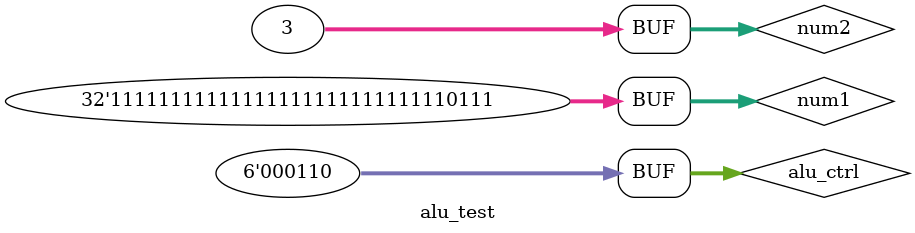
<source format=v>
`timescale 1ns / 1ps


module alu_test;

	// Inputs
	reg [31:0] num1;
	reg [31:0] num2;
	reg [5:0] alu_ctrl;

	// Outputs
	wire [31:0] res;
	wire zero;

	// Instantiate the Unit Under Test (UUT)
	alu_module uut (
		.num1(num1), 
		.num2(num2), 
		.res(res), 
		.alu_ctrl(alu_ctrl), 
		.zero(zero)
	);

	initial begin
		// Initialize Inputs
		num1 = 0;
		num2 = 0;
		alu_ctrl = 0;

		// Wait 100 ns for global reset to finish
		#100;
		
		num1 = -9;
		num2 = 3;
		
		alu_ctrl = 9;
		#69;
		
		alu_ctrl = 10;
		#69;
		
		alu_ctrl = 11;
		#69;
		
		alu_ctrl = 12;
		#69;
		
		alu_ctrl = 4;
		#69;
		
		alu_ctrl = 5;
		#69;
		
		alu_ctrl = 6;
		#69;
        
		// Add stimulus here

	end
      
endmodule


</source>
